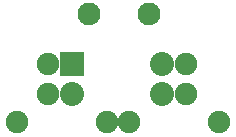
<source format=gbs>
G04 (created by PCBNEW-RS274X (2012-apr-16-27)-stable) date sam. 01 juin 2013 19:50:37 CST*
G01*
G70*
G90*
%MOIN*%
G04 Gerber Fmt 3.4, Leading zero omitted, Abs format*
%FSLAX34Y34*%
G04 APERTURE LIST*
%ADD10C,0.006000*%
%ADD11R,0.080000X0.080000*%
%ADD12C,0.080000*%
%ADD13C,0.075000*%
%ADD14C,0.076000*%
G04 APERTURE END LIST*
G54D10*
G54D11*
X54900Y-18300D03*
G54D12*
X57900Y-19300D03*
X57900Y-18300D03*
X54900Y-19300D03*
G54D13*
X53050Y-20250D03*
X56050Y-20250D03*
X59800Y-20250D03*
X56800Y-20250D03*
G54D14*
X57450Y-16650D03*
X55450Y-16650D03*
G54D13*
X54100Y-19300D03*
X54100Y-18300D03*
X58700Y-18300D03*
X58700Y-19300D03*
M02*

</source>
